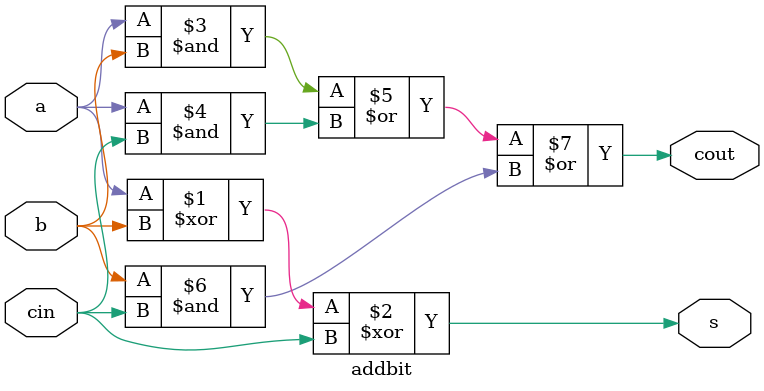
<source format=v>
`timescale 1ns / 1ps
module addbit(
	 cin, // carry in
	 a, // first addend
	 b, // second addend
	 s, // sum
	 cout // carry out
    );
	 
	 input a, b, cin;
	 output wire s, cout;
	 
	 assign s = a ^ b ^ cin;
	 assign cout = (a & b) | (a & cin) | (b & cin);

endmodule

</source>
